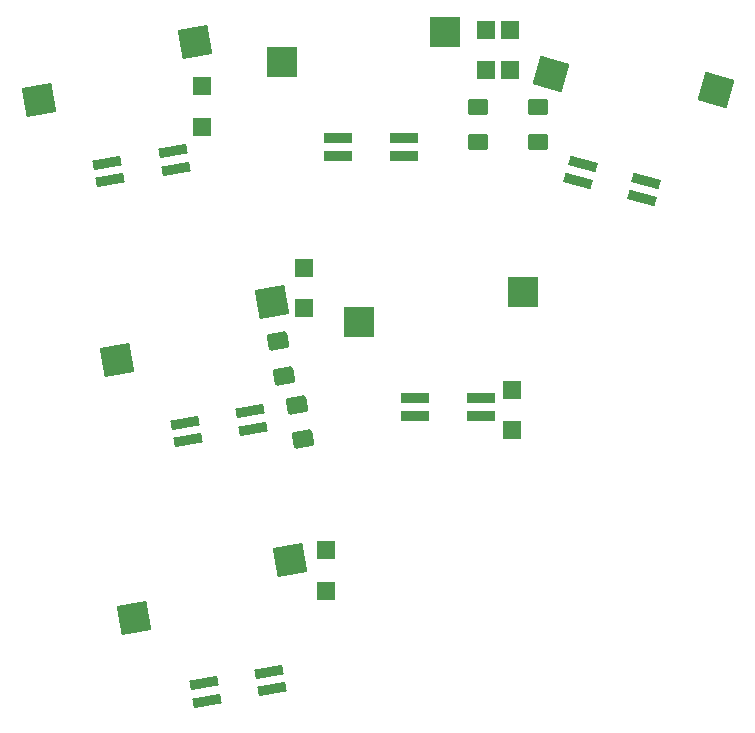
<source format=gbp>
G04 #@! TF.GenerationSoftware,KiCad,Pcbnew,7.0.7*
G04 #@! TF.CreationDate,2024-02-03T15:44:35+08:00*
G04 #@! TF.ProjectId,flex,666c6578-2e6b-4696-9361-645f70636258,rev?*
G04 #@! TF.SameCoordinates,Original*
G04 #@! TF.FileFunction,Paste,Bot*
G04 #@! TF.FilePolarity,Positive*
%FSLAX46Y46*%
G04 Gerber Fmt 4.6, Leading zero omitted, Abs format (unit mm)*
G04 Created by KiCad (PCBNEW 7.0.7) date 2024-02-03 15:44:35*
%MOMM*%
%LPD*%
G01*
G04 APERTURE LIST*
G04 Aperture macros list*
%AMRoundRect*
0 Rectangle with rounded corners*
0 $1 Rounding radius*
0 $2 $3 $4 $5 $6 $7 $8 $9 X,Y pos of 4 corners*
0 Add a 4 corners polygon primitive as box body*
4,1,4,$2,$3,$4,$5,$6,$7,$8,$9,$2,$3,0*
0 Add four circle primitives for the rounded corners*
1,1,$1+$1,$2,$3*
1,1,$1+$1,$4,$5*
1,1,$1+$1,$6,$7*
1,1,$1+$1,$8,$9*
0 Add four rect primitives between the rounded corners*
20,1,$1+$1,$2,$3,$4,$5,0*
20,1,$1+$1,$4,$5,$6,$7,0*
20,1,$1+$1,$6,$7,$8,$9,0*
20,1,$1+$1,$8,$9,$2,$3,0*%
%AMRotRect*
0 Rectangle, with rotation*
0 The origin of the aperture is its center*
0 $1 length*
0 $2 width*
0 $3 Rotation angle, in degrees counterclockwise*
0 Add horizontal line*
21,1,$1,$2,0,0,$3*%
G04 Aperture macros list end*
%ADD10R,2.550000X2.500000*%
%ADD11R,1.524000X1.524000*%
%ADD12RotRect,2.550000X2.500000X10.000000*%
%ADD13RotRect,2.550000X2.500000X344.000000*%
%ADD14RoundRect,0.250001X-0.624999X0.462499X-0.624999X-0.462499X0.624999X-0.462499X0.624999X0.462499X0*%
%ADD15R,2.400000X0.820000*%
%ADD16RotRect,2.400000X0.820000X190.000000*%
%ADD17RotRect,2.400000X0.820000X165.000000*%
%ADD18RoundRect,0.250001X-0.695816X0.346943X-0.535192X-0.564003X0.695816X-0.346943X0.535192X0.564003X0*%
%ADD19RoundRect,0.250001X0.695816X-0.346943X0.535192X0.564003X-0.695816X0.346943X-0.535192X-0.564003X0*%
G04 APERTURE END LIST*
D10*
X80165326Y-50002185D03*
X94015326Y-47462185D03*
D11*
X73424526Y-52061785D03*
X73424526Y-55461785D03*
X83872275Y-91345142D03*
X83872275Y-94745142D03*
D12*
X67653387Y-97058569D03*
X80851908Y-92152130D03*
D11*
X82080000Y-70806000D03*
X82080000Y-67406000D03*
D10*
X86724800Y-72034400D03*
X100574800Y-69494400D03*
D12*
X59620713Y-53182354D03*
X72819234Y-48275915D03*
D11*
X99490526Y-47267785D03*
X99490526Y-50667785D03*
X97424526Y-47261785D03*
X97424526Y-50661785D03*
X99670000Y-77774000D03*
X99670000Y-81174000D03*
D12*
X66180187Y-75214569D03*
X79378708Y-70308130D03*
D13*
X102951506Y-51013962D03*
X116965100Y-52389935D03*
D14*
X96740526Y-53780285D03*
X96740526Y-56755285D03*
D15*
X91450000Y-79950000D03*
X97050000Y-79950000D03*
X97050000Y-78450000D03*
X91450000Y-78450000D03*
D16*
X65663300Y-59992606D03*
X71178224Y-59020176D03*
X70917752Y-57542964D03*
X65402828Y-58515394D03*
D17*
X105241819Y-60067536D03*
X110651004Y-61516923D03*
X111039233Y-60068034D03*
X105630048Y-58618647D03*
D16*
X72222774Y-82024821D03*
X77737698Y-81052391D03*
X77477226Y-79575179D03*
X71962302Y-80547609D03*
X73822774Y-104054821D03*
X79337698Y-103082391D03*
X79077226Y-101605179D03*
X73562302Y-102577609D03*
D15*
X84890526Y-57917785D03*
X90490526Y-57917785D03*
X90490526Y-56417785D03*
X84890526Y-56417785D03*
D18*
X81421698Y-79015098D03*
X81938302Y-81944902D03*
D14*
X101840526Y-53780285D03*
X101840526Y-56755285D03*
D19*
X80328302Y-76574902D03*
X79811698Y-73645098D03*
M02*

</source>
